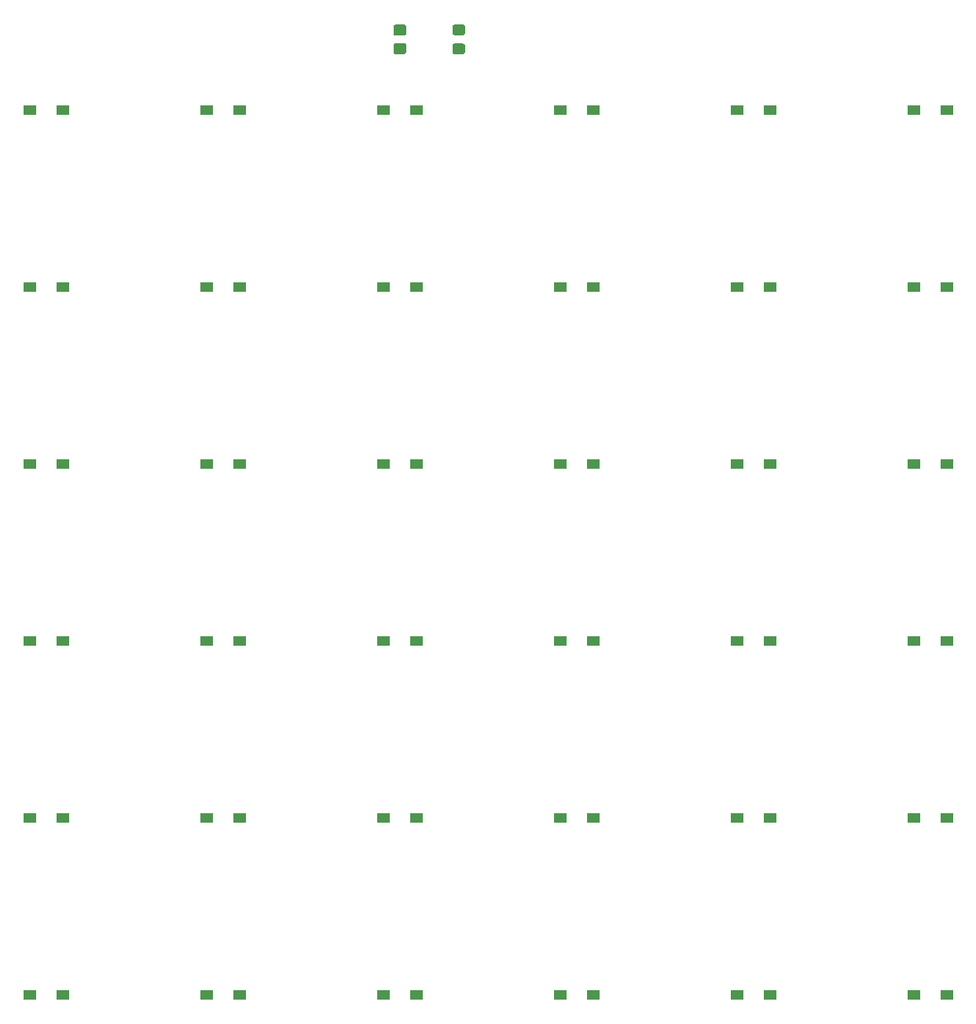
<source format=gbp>
%TF.GenerationSoftware,KiCad,Pcbnew,(5.1.12-1-10_14)*%
%TF.CreationDate,2021-12-06T08:53:21+08:00*%
%TF.ProjectId,Pragmatic,50726167-6d61-4746-9963-2e6b69636164,0.3*%
%TF.SameCoordinates,Original*%
%TF.FileFunction,Paste,Bot*%
%TF.FilePolarity,Positive*%
%FSLAX46Y46*%
G04 Gerber Fmt 4.6, Leading zero omitted, Abs format (unit mm)*
G04 Created by KiCad (PCBNEW (5.1.12-1-10_14)) date 2021-12-06 08:53:21*
%MOMM*%
%LPD*%
G01*
G04 APERTURE LIST*
%ADD10R,1.400000X1.000000*%
G04 APERTURE END LIST*
G36*
G01*
X94799600Y-39675000D02*
X95700400Y-39675000D01*
G75*
G02*
X95950000Y-39924600I0J-249600D01*
G01*
X95950000Y-40625400D01*
G75*
G02*
X95700400Y-40875000I-249600J0D01*
G01*
X94799600Y-40875000D01*
G75*
G02*
X94550000Y-40625400I0J249600D01*
G01*
X94550000Y-39924600D01*
G75*
G02*
X94799600Y-39675000I249600J0D01*
G01*
G37*
G36*
G01*
X94799600Y-41675000D02*
X95700400Y-41675000D01*
G75*
G02*
X95950000Y-41924600I0J-249600D01*
G01*
X95950000Y-42625400D01*
G75*
G02*
X95700400Y-42875000I-249600J0D01*
G01*
X94799600Y-42875000D01*
G75*
G02*
X94550000Y-42625400I0J249600D01*
G01*
X94550000Y-41924600D01*
G75*
G02*
X94799600Y-41675000I249600J0D01*
G01*
G37*
G36*
G01*
X101149550Y-41725000D02*
X102050450Y-41725000D01*
G75*
G02*
X102300000Y-41974550I0J-249550D01*
G01*
X102300000Y-42625450D01*
G75*
G02*
X102050450Y-42875000I-249550J0D01*
G01*
X101149550Y-42875000D01*
G75*
G02*
X100900000Y-42625450I0J249550D01*
G01*
X100900000Y-41974550D01*
G75*
G02*
X101149550Y-41725000I249550J0D01*
G01*
G37*
G36*
G01*
X101149550Y-39675000D02*
X102050450Y-39675000D01*
G75*
G02*
X102300000Y-39924550I0J-249550D01*
G01*
X102300000Y-40575450D01*
G75*
G02*
X102050450Y-40825000I-249550J0D01*
G01*
X101149550Y-40825000D01*
G75*
G02*
X100900000Y-40575450I0J249550D01*
G01*
X100900000Y-39924550D01*
G75*
G02*
X101149550Y-39675000I249550J0D01*
G01*
G37*
D10*
X150625000Y-144145000D03*
X154175000Y-144145000D03*
X131575000Y-144145000D03*
X135125000Y-144145000D03*
X112525000Y-144145000D03*
X116075000Y-144145000D03*
X93475000Y-144145000D03*
X97025000Y-144145000D03*
X74425000Y-144145000D03*
X77975000Y-144145000D03*
X55375000Y-144145000D03*
X58925000Y-144145000D03*
X150625000Y-125095000D03*
X154175000Y-125095000D03*
X131575000Y-125095000D03*
X135125000Y-125095000D03*
X112525000Y-125095000D03*
X116075000Y-125095000D03*
X93475000Y-125095000D03*
X97025000Y-125095000D03*
X74425000Y-125095000D03*
X77975000Y-125095000D03*
X55375000Y-125095000D03*
X58925000Y-125095000D03*
X150625000Y-106045000D03*
X154175000Y-106045000D03*
X131575000Y-106045000D03*
X135125000Y-106045000D03*
X112525000Y-106045000D03*
X116075000Y-106045000D03*
X93475000Y-106045000D03*
X97025000Y-106045000D03*
X74425000Y-106045000D03*
X77975000Y-106045000D03*
X55375000Y-106045000D03*
X58925000Y-106045000D03*
X150625000Y-86995000D03*
X154175000Y-86995000D03*
X131575000Y-86995000D03*
X135125000Y-86995000D03*
X112525000Y-86995000D03*
X116075000Y-86995000D03*
X93475000Y-86995000D03*
X97025000Y-86995000D03*
X74425000Y-86995000D03*
X77975000Y-86995000D03*
X55375000Y-86995000D03*
X58925000Y-86995000D03*
X150625000Y-67945000D03*
X154175000Y-67945000D03*
X131575000Y-67945000D03*
X135125000Y-67945000D03*
X112525000Y-67945000D03*
X116075000Y-67945000D03*
X93475000Y-67945000D03*
X97025000Y-67945000D03*
X150625000Y-48895000D03*
X154175000Y-48895000D03*
X131575000Y-48895000D03*
X135125000Y-48895000D03*
X112525000Y-48895000D03*
X116075000Y-48895000D03*
X93475000Y-48895000D03*
X97025000Y-48895000D03*
X74425000Y-67945000D03*
X77975000Y-67945000D03*
X55375000Y-67945000D03*
X58925000Y-67945000D03*
X74425000Y-48895000D03*
X77975000Y-48895000D03*
X55375000Y-48895000D03*
X58925000Y-48895000D03*
M02*

</source>
